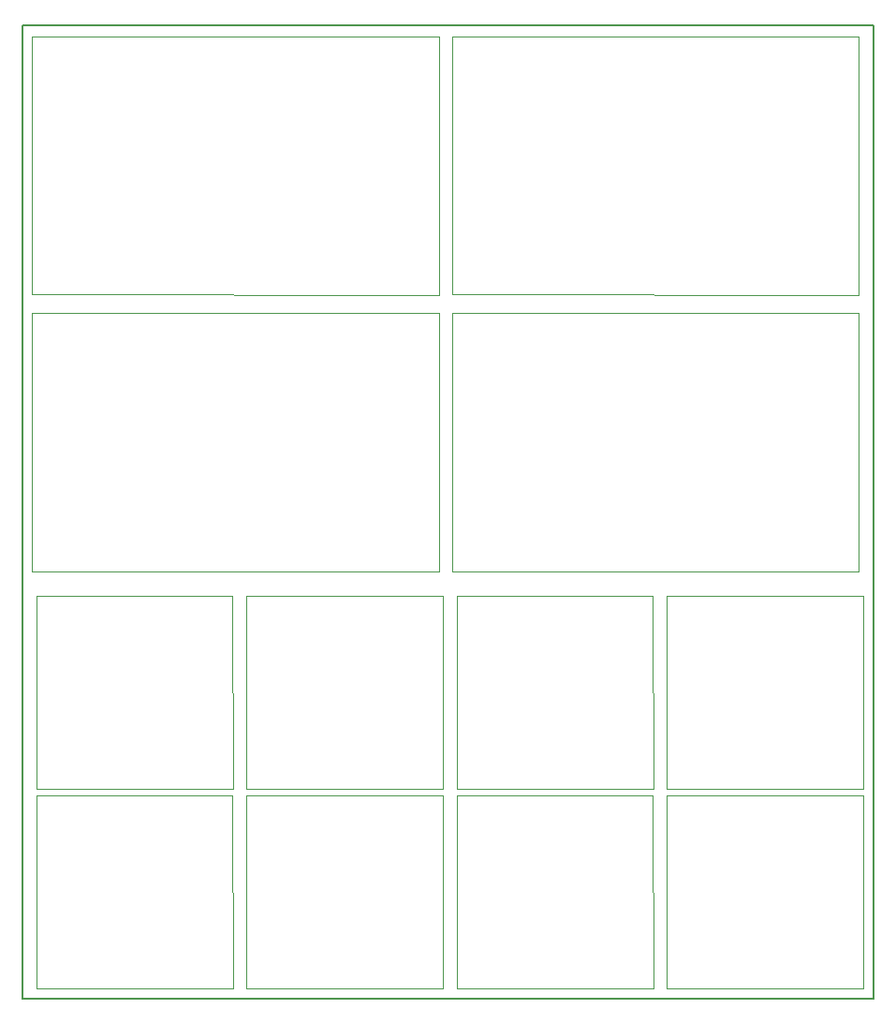
<source format=gbp>
G04 EAGLE Gerber X2 export*
%TF.Part,Single*%
%TF.FileFunction,Other,Solder paste bottom*%
%TF.FilePolarity,Positive*%
%TF.GenerationSoftware,Autodesk,EAGLE,9.1.1*%
%TF.CreationDate,2018-08-10T14:22:37Z*%
G75*
%MOMM*%
%FSLAX34Y34*%
%LPD*%
%AMOC8*
5,1,8,0,0,1.08239X$1,22.5*%
G01*
%ADD10C,0.152400*%
%ADD11C,0.000000*%


D10*
X0Y100000D02*
X0Y980000D01*
X770000Y980000D01*
X770000Y100000D01*
X0Y100000D01*
D11*
X8908Y736480D02*
X376700Y736226D01*
X376700Y969654D01*
X8908Y969400D01*
X8908Y736480D01*
X388908Y736480D02*
X756700Y736226D01*
X756700Y969654D01*
X388908Y969400D01*
X388908Y736480D01*
X190700Y109500D02*
X12700Y109500D01*
X190700Y109500D02*
X190300Y284000D01*
X12700Y284000D01*
X12700Y109500D01*
X202700Y109500D02*
X380700Y109500D01*
X380300Y284000D01*
X202700Y284000D01*
X202700Y109500D01*
X392700Y109500D02*
X570700Y109500D01*
X570300Y284000D01*
X392700Y284000D01*
X392700Y109500D01*
X582700Y109500D02*
X760700Y109500D01*
X760300Y284000D01*
X582700Y284000D01*
X582700Y109500D01*
X190700Y289500D02*
X12700Y289500D01*
X190700Y289500D02*
X190300Y464000D01*
X12700Y464000D01*
X12700Y289500D01*
X202700Y289500D02*
X380700Y289500D01*
X380300Y464000D01*
X202700Y464000D01*
X202700Y289500D01*
X392700Y289500D02*
X570700Y289500D01*
X570300Y464000D01*
X392700Y464000D01*
X392700Y289500D01*
X582700Y289500D02*
X760700Y289500D01*
X760300Y464000D01*
X582700Y464000D01*
X582700Y289500D01*
X376700Y486226D02*
X8908Y486480D01*
X376700Y486226D02*
X376700Y719654D01*
X8908Y719400D01*
X8908Y486480D01*
X388908Y486480D02*
X756700Y486226D01*
X756700Y719654D01*
X388908Y719400D01*
X388908Y486480D01*
M02*

</source>
